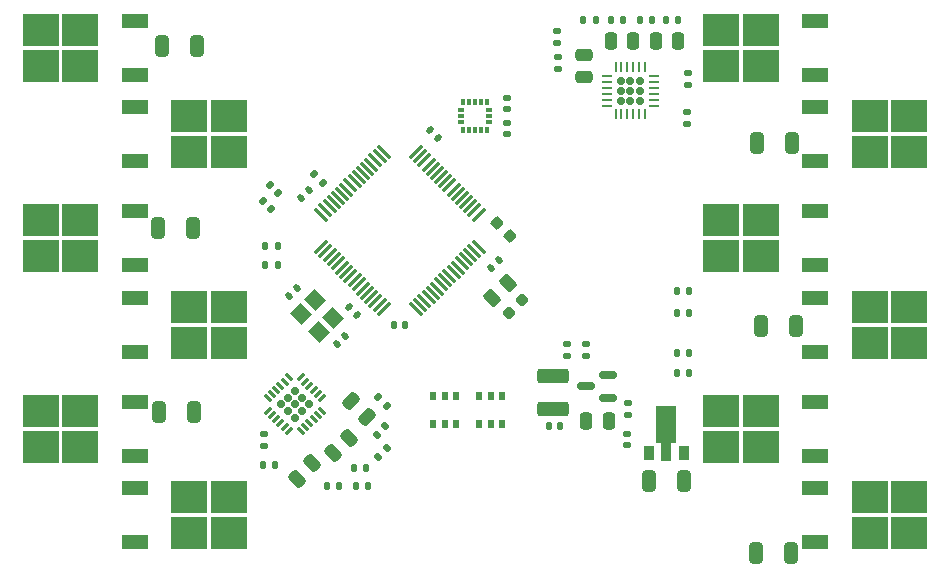
<source format=gtp>
%TF.GenerationSoftware,KiCad,Pcbnew,(6.0.5)*%
%TF.CreationDate,2023-02-02T09:11:55+00:00*%
%TF.ProjectId,Melty,4d656c74-792e-46b6-9963-61645f706362,rev?*%
%TF.SameCoordinates,Original*%
%TF.FileFunction,Paste,Top*%
%TF.FilePolarity,Positive*%
%FSLAX46Y46*%
G04 Gerber Fmt 4.6, Leading zero omitted, Abs format (unit mm)*
G04 Created by KiCad (PCBNEW (6.0.5)) date 2023-02-02 09:11:55*
%MOMM*%
%LPD*%
G01*
G04 APERTURE LIST*
G04 Aperture macros list*
%AMRoundRect*
0 Rectangle with rounded corners*
0 $1 Rounding radius*
0 $2 $3 $4 $5 $6 $7 $8 $9 X,Y pos of 4 corners*
0 Add a 4 corners polygon primitive as box body*
4,1,4,$2,$3,$4,$5,$6,$7,$8,$9,$2,$3,0*
0 Add four circle primitives for the rounded corners*
1,1,$1+$1,$2,$3*
1,1,$1+$1,$4,$5*
1,1,$1+$1,$6,$7*
1,1,$1+$1,$8,$9*
0 Add four rect primitives between the rounded corners*
20,1,$1+$1,$2,$3,$4,$5,0*
20,1,$1+$1,$4,$5,$6,$7,0*
20,1,$1+$1,$6,$7,$8,$9,0*
20,1,$1+$1,$8,$9,$2,$3,0*%
%AMRotRect*
0 Rectangle, with rotation*
0 The origin of the aperture is its center*
0 $1 length*
0 $2 width*
0 $3 Rotation angle, in degrees counterclockwise*
0 Add horizontal line*
21,1,$1,$2,0,0,$3*%
%AMFreePoly0*
4,1,9,3.862500,-0.866500,0.737500,-0.866500,0.737500,-0.450000,-0.737500,-0.450000,-0.737500,0.450000,0.737500,0.450000,0.737500,0.866500,3.862500,0.866500,3.862500,-0.866500,3.862500,-0.866500,$1*%
G04 Aperture macros list end*
%ADD10RoundRect,0.250000X-0.475000X0.250000X-0.475000X-0.250000X0.475000X-0.250000X0.475000X0.250000X0*%
%ADD11RoundRect,0.135000X0.135000X0.185000X-0.135000X0.185000X-0.135000X-0.185000X0.135000X-0.185000X0*%
%ADD12RoundRect,0.218750X0.026517X-0.335876X0.335876X-0.026517X-0.026517X0.335876X-0.335876X0.026517X0*%
%ADD13RoundRect,0.135000X0.035355X-0.226274X0.226274X-0.035355X-0.035355X0.226274X-0.226274X0.035355X0*%
%ADD14RoundRect,0.250000X0.512652X0.159099X0.159099X0.512652X-0.512652X-0.159099X-0.159099X-0.512652X0*%
%ADD15RoundRect,0.135000X-0.135000X-0.185000X0.135000X-0.185000X0.135000X0.185000X-0.135000X0.185000X0*%
%ADD16RoundRect,0.250000X0.250000X0.475000X-0.250000X0.475000X-0.250000X-0.475000X0.250000X-0.475000X0*%
%ADD17R,3.050000X2.750000*%
%ADD18R,2.200000X1.200000*%
%ADD19R,0.510000X0.700000*%
%ADD20RoundRect,0.135000X0.226274X0.035355X0.035355X0.226274X-0.226274X-0.035355X-0.035355X-0.226274X0*%
%ADD21RoundRect,0.140000X-0.170000X0.140000X-0.170000X-0.140000X0.170000X-0.140000X0.170000X0.140000X0*%
%ADD22RoundRect,0.135000X-0.185000X0.135000X-0.185000X-0.135000X0.185000X-0.135000X0.185000X0.135000X0*%
%ADD23RoundRect,0.250000X0.159099X-0.512652X0.512652X-0.159099X-0.159099X0.512652X-0.512652X0.159099X0*%
%ADD24RoundRect,0.140000X-0.140000X-0.170000X0.140000X-0.170000X0.140000X0.170000X-0.140000X0.170000X0*%
%ADD25RoundRect,0.225000X-0.335876X-0.017678X-0.017678X-0.335876X0.335876X0.017678X0.017678X0.335876X0*%
%ADD26RoundRect,0.135000X0.185000X-0.135000X0.185000X0.135000X-0.185000X0.135000X-0.185000X-0.135000X0*%
%ADD27RoundRect,0.140000X0.140000X0.170000X-0.140000X0.170000X-0.140000X-0.170000X0.140000X-0.170000X0*%
%ADD28RoundRect,0.150000X0.587500X0.150000X-0.587500X0.150000X-0.587500X-0.150000X0.587500X-0.150000X0*%
%ADD29RoundRect,0.250000X-0.325000X-0.650000X0.325000X-0.650000X0.325000X0.650000X-0.325000X0.650000X0*%
%ADD30RoundRect,0.140000X-0.021213X0.219203X-0.219203X0.021213X0.021213X-0.219203X0.219203X-0.021213X0*%
%ADD31R,0.900000X1.300000*%
%ADD32FreePoly0,90.000000*%
%ADD33RoundRect,0.250000X0.325000X0.650000X-0.325000X0.650000X-0.325000X-0.650000X0.325000X-0.650000X0*%
%ADD34RoundRect,0.140000X0.170000X-0.140000X0.170000X0.140000X-0.170000X0.140000X-0.170000X-0.140000X0*%
%ADD35RoundRect,0.250000X-0.250000X-0.475000X0.250000X-0.475000X0.250000X0.475000X-0.250000X0.475000X0*%
%ADD36RoundRect,0.140000X0.021213X-0.219203X0.219203X-0.021213X-0.021213X0.219203X-0.219203X0.021213X0*%
%ADD37RoundRect,0.135000X-0.226274X-0.035355X-0.035355X-0.226274X0.226274X0.035355X0.035355X0.226274X0*%
%ADD38RoundRect,0.165000X-0.233345X0.000000X0.000000X-0.233345X0.233345X0.000000X0.000000X0.233345X0*%
%ADD39RoundRect,0.062500X-0.274004X0.185616X0.185616X-0.274004X0.274004X-0.185616X-0.185616X0.274004X0*%
%ADD40RoundRect,0.062500X-0.274004X-0.185616X-0.185616X-0.274004X0.274004X0.185616X0.185616X0.274004X0*%
%ADD41RoundRect,0.165000X0.165000X-0.165000X0.165000X0.165000X-0.165000X0.165000X-0.165000X-0.165000X0*%
%ADD42RoundRect,0.062500X0.062500X-0.325000X0.062500X0.325000X-0.062500X0.325000X-0.062500X-0.325000X0*%
%ADD43RoundRect,0.062500X0.325000X-0.062500X0.325000X0.062500X-0.325000X0.062500X-0.325000X-0.062500X0*%
%ADD44RoundRect,0.250000X-1.075000X0.375000X-1.075000X-0.375000X1.075000X-0.375000X1.075000X0.375000X0*%
%ADD45RoundRect,0.140000X-0.219203X-0.021213X-0.021213X-0.219203X0.219203X0.021213X0.021213X0.219203X0*%
%ADD46RoundRect,0.140000X0.219203X0.021213X0.021213X0.219203X-0.219203X-0.021213X-0.021213X-0.219203X0*%
%ADD47RoundRect,0.250000X0.132583X-0.503814X0.503814X-0.132583X-0.132583X0.503814X-0.503814X0.132583X0*%
%ADD48RoundRect,0.075000X-0.441942X-0.548008X0.548008X0.441942X0.441942X0.548008X-0.548008X-0.441942X0*%
%ADD49RoundRect,0.075000X0.441942X-0.548008X0.548008X-0.441942X-0.441942X0.548008X-0.548008X0.441942X0*%
%ADD50RotRect,1.400000X1.200000X315.000000*%
%ADD51R,0.300000X0.600000*%
%ADD52R,0.600000X0.300000*%
G04 APERTURE END LIST*
D10*
%TO.C,C16*%
X115214403Y-51805800D03*
X115214403Y-53705800D03*
%TD*%
D11*
%TO.C,R23*%
X118569200Y-48844200D03*
X117549200Y-48844200D03*
%TD*%
D12*
%TO.C,D2*%
X108895282Y-73640085D03*
X110008976Y-72526391D03*
%TD*%
D13*
%TO.C,R25*%
X97683376Y-83977424D03*
X98404624Y-83256176D03*
%TD*%
D11*
%TO.C,R19*%
X89283000Y-69621400D03*
X88263000Y-69621400D03*
%TD*%
D14*
%TO.C,C20*%
X96886951Y-82485151D03*
X95543449Y-81141649D03*
%TD*%
D15*
%TO.C,R17*%
X123137200Y-71780400D03*
X124157200Y-71780400D03*
%TD*%
D16*
%TO.C,C22*%
X119382979Y-50596800D03*
X117482979Y-50596800D03*
%TD*%
D17*
%TO.C,Q1*%
X130175000Y-52725000D03*
X126825000Y-52725000D03*
X130175000Y-49675000D03*
X126825000Y-49675000D03*
D18*
X134800000Y-53480000D03*
X134800000Y-48920000D03*
%TD*%
D19*
%TO.C,U2*%
X106365000Y-83024200D03*
X107315000Y-83024200D03*
X108265000Y-83024200D03*
X108265000Y-80704200D03*
X107315000Y-80704200D03*
X106365000Y-80704200D03*
%TD*%
D20*
%TO.C,R13*%
X89362224Y-63530424D03*
X88640976Y-62809176D03*
%TD*%
D21*
%TO.C,C3*%
X118922800Y-81308000D03*
X118922800Y-82268000D03*
%TD*%
D22*
%TO.C,R6*%
X124053600Y-53363400D03*
X124053600Y-54383400D03*
%TD*%
D23*
%TO.C,C21*%
X90895249Y-87742951D03*
X92238751Y-86399449D03*
%TD*%
D11*
%TO.C,R30*%
X120982200Y-48844200D03*
X119962200Y-48844200D03*
%TD*%
D24*
%TO.C,C5*%
X112270600Y-83261200D03*
X113230600Y-83261200D03*
%TD*%
D25*
%TO.C,C9*%
X107833792Y-66076192D03*
X108929808Y-67172208D03*
%TD*%
D26*
%TO.C,R4*%
X115417600Y-77319600D03*
X115417600Y-76299600D03*
%TD*%
D16*
%TO.C,C19*%
X123200204Y-50596800D03*
X121300204Y-50596800D03*
%TD*%
D22*
%TO.C,R15*%
X88138000Y-83919600D03*
X88138000Y-84939600D03*
%TD*%
D19*
%TO.C,U8*%
X102478800Y-83024200D03*
X103428800Y-83024200D03*
X104378800Y-83024200D03*
X104378800Y-80704200D03*
X103428800Y-80704200D03*
X102478800Y-80704200D03*
%TD*%
D11*
%TO.C,R18*%
X89283000Y-68021200D03*
X88263000Y-68021200D03*
%TD*%
D27*
%TO.C,C11*%
X100098800Y-74701400D03*
X99138800Y-74701400D03*
%TD*%
D21*
%TO.C,C7*%
X118897400Y-83921600D03*
X118897400Y-84881600D03*
%TD*%
D28*
%TO.C,U1*%
X117294900Y-80833000D03*
X117294900Y-78933000D03*
X115419900Y-79883000D03*
%TD*%
D29*
%TO.C,C26*%
X130222200Y-74726800D03*
X133172200Y-74726800D03*
%TD*%
D26*
%TO.C,R28*%
X112979200Y-50827400D03*
X112979200Y-49807400D03*
%TD*%
D30*
%TO.C,C13*%
X108060811Y-69154989D03*
X107381989Y-69833811D03*
%TD*%
D31*
%TO.C,U10*%
X120699400Y-85543600D03*
D32*
X122199400Y-85456100D03*
D31*
X123699400Y-85543600D03*
%TD*%
D17*
%TO.C,Q5*%
X126825000Y-81975000D03*
X126825000Y-85025000D03*
X130175000Y-85025000D03*
X130175000Y-81975000D03*
D18*
X134800000Y-85780000D03*
X134800000Y-81220000D03*
%TD*%
D15*
%TO.C,R16*%
X123137200Y-73685400D03*
X124157200Y-73685400D03*
%TD*%
D11*
%TO.C,R24*%
X123192000Y-48844199D03*
X122172000Y-48844199D03*
%TD*%
D33*
%TO.C,C18*%
X82145400Y-66497200D03*
X79195400Y-66497200D03*
%TD*%
D20*
%TO.C,R12*%
X88752624Y-64876624D03*
X88031376Y-64155376D03*
%TD*%
D17*
%TO.C,Q9*%
X81825000Y-89275000D03*
X85175000Y-89275000D03*
X85175000Y-92325000D03*
X81825000Y-92325000D03*
D18*
X77200000Y-88520000D03*
X77200000Y-93080000D03*
%TD*%
D13*
%TO.C,R32*%
X97810376Y-85831624D03*
X98531624Y-85110376D03*
%TD*%
D34*
%TO.C,C14*%
X108686600Y-56436200D03*
X108686600Y-55476200D03*
%TD*%
D22*
%TO.C,R7*%
X123977400Y-56665400D03*
X123977400Y-57685400D03*
%TD*%
D23*
%TO.C,C23*%
X94019449Y-85558551D03*
X95362951Y-84215049D03*
%TD*%
D35*
%TO.C,C1*%
X115407400Y-82829400D03*
X117307400Y-82829400D03*
%TD*%
D36*
%TO.C,C10*%
X91303789Y-63941011D03*
X91982611Y-63262189D03*
%TD*%
D17*
%TO.C,Q8*%
X69225000Y-52725000D03*
X69225000Y-49675000D03*
X72575000Y-49675000D03*
X72575000Y-52725000D03*
D18*
X77200000Y-53480000D03*
X77200000Y-48920000D03*
%TD*%
D17*
%TO.C,Q11*%
X130175000Y-65825000D03*
X130175000Y-68875000D03*
X126825000Y-68875000D03*
X126825000Y-65825000D03*
D18*
X134800000Y-69630000D03*
X134800000Y-65070000D03*
%TD*%
D33*
%TO.C,C6*%
X123674400Y-87925000D03*
X120724400Y-87925000D03*
%TD*%
D17*
%TO.C,Q14*%
X69225000Y-65825000D03*
X72575000Y-68875000D03*
X69225000Y-68875000D03*
X72575000Y-65825000D03*
D18*
X77200000Y-69630000D03*
X77200000Y-65070000D03*
%TD*%
D37*
%TO.C,R31*%
X97810376Y-80817776D03*
X98531624Y-81539024D03*
%TD*%
D33*
%TO.C,C17*%
X82424800Y-51028600D03*
X79474800Y-51028600D03*
%TD*%
D29*
%TO.C,C25*%
X129893800Y-59258200D03*
X132843800Y-59258200D03*
%TD*%
D17*
%TO.C,Q12*%
X142775000Y-76175000D03*
X142775000Y-73125000D03*
X139425000Y-76175000D03*
X139425000Y-73125000D03*
D18*
X134800000Y-72370000D03*
X134800000Y-76930000D03*
%TD*%
D17*
%TO.C,Q7*%
X81825000Y-56975000D03*
X85175000Y-60025000D03*
X81825000Y-60025000D03*
X85175000Y-56975000D03*
D18*
X77200000Y-56220000D03*
X77200000Y-60780000D03*
%TD*%
D38*
%TO.C,U7*%
X90174372Y-81986828D03*
X89594545Y-81407000D03*
X90754200Y-80247345D03*
X90174372Y-80827172D03*
X90754200Y-81407000D03*
X90754200Y-82566655D03*
X91334028Y-81986828D03*
X91913855Y-81407000D03*
X91334028Y-80827172D03*
D39*
X90232709Y-79117742D03*
X89879155Y-79471295D03*
X89525602Y-79824849D03*
X89172049Y-80178402D03*
X88818495Y-80531955D03*
X88464942Y-80885509D03*
D40*
X88464942Y-81928491D03*
X88818495Y-82282045D03*
X89172049Y-82635598D03*
X89525602Y-82989151D03*
X89879155Y-83342705D03*
X90232709Y-83696258D03*
D39*
X91275691Y-83696258D03*
X91629245Y-83342705D03*
X91982798Y-82989151D03*
X92336351Y-82635598D03*
X92689905Y-82282045D03*
X93043458Y-81928491D03*
D40*
X93043458Y-80885509D03*
X92689905Y-80531955D03*
X92336351Y-80178402D03*
X91982798Y-79824849D03*
X91629245Y-79471295D03*
X91275691Y-79117742D03*
%TD*%
D22*
%TO.C,R5*%
X113792000Y-76299600D03*
X113792000Y-77319600D03*
%TD*%
D41*
%TO.C,U4*%
X119971400Y-54044000D03*
X119151400Y-54864000D03*
X119971400Y-55684000D03*
X118331400Y-55684000D03*
X119151400Y-55684000D03*
X118331400Y-54044000D03*
X119971400Y-54864000D03*
X119151400Y-54044000D03*
X118331400Y-54864000D03*
D42*
X117901400Y-56851500D03*
X118401400Y-56851500D03*
X118901400Y-56851500D03*
X119401400Y-56851500D03*
X119901400Y-56851500D03*
X120401400Y-56851500D03*
D43*
X121138900Y-56114000D03*
X121138900Y-55614000D03*
X121138900Y-55114000D03*
X121138900Y-54614000D03*
X121138900Y-54114000D03*
X121138900Y-53614000D03*
D42*
X120401400Y-52876500D03*
X119901400Y-52876500D03*
X119401400Y-52876500D03*
X118901400Y-52876500D03*
X118401400Y-52876500D03*
X117901400Y-52876500D03*
D43*
X117163900Y-53614000D03*
X117163900Y-54114000D03*
X117163900Y-54614000D03*
X117163900Y-55114000D03*
X117163900Y-55614000D03*
X117163900Y-56114000D03*
%TD*%
D17*
%TO.C,Q6*%
X142775000Y-92325000D03*
X142775000Y-89275000D03*
X139425000Y-89275000D03*
X139425000Y-92325000D03*
D18*
X134800000Y-88520000D03*
X134800000Y-93080000D03*
%TD*%
D15*
%TO.C,R11*%
X123137200Y-78765400D03*
X124157200Y-78765400D03*
%TD*%
D11*
%TO.C,R14*%
X89105200Y-86563200D03*
X88085200Y-86563200D03*
%TD*%
D44*
%TO.C,L1*%
X112572800Y-78965600D03*
X112572800Y-81765600D03*
%TD*%
D20*
%TO.C,R1*%
X93121424Y-62641424D03*
X92400176Y-61920176D03*
%TD*%
D15*
%TO.C,R26*%
X95783400Y-86766400D03*
X96803400Y-86766400D03*
%TD*%
D45*
%TO.C,C12*%
X102174989Y-58207589D03*
X102853811Y-58886411D03*
%TD*%
D11*
%TO.C,R29*%
X116207000Y-48844200D03*
X115187000Y-48844200D03*
%TD*%
D46*
%TO.C,C8*%
X96021211Y-73796211D03*
X95342389Y-73117389D03*
%TD*%
D47*
%TO.C,R3*%
X107477815Y-72435318D03*
X108768285Y-71144848D03*
%TD*%
D17*
%TO.C,Q10*%
X69225000Y-81975000D03*
X72575000Y-81975000D03*
X69225000Y-85025000D03*
X72575000Y-85025000D03*
D18*
X77200000Y-85780000D03*
X77200000Y-81220000D03*
%TD*%
D26*
%TO.C,R22*%
X113004600Y-53037200D03*
X113004600Y-52017200D03*
%TD*%
D48*
%TO.C,U3*%
X92979719Y-68061581D03*
X93333272Y-68415134D03*
X93686825Y-68768687D03*
X94040379Y-69122241D03*
X94393932Y-69475794D03*
X94747486Y-69829348D03*
X95101039Y-70182901D03*
X95454592Y-70536454D03*
X95808146Y-70890008D03*
X96161699Y-71243561D03*
X96515252Y-71597114D03*
X96868806Y-71950668D03*
X97222359Y-72304221D03*
X97575913Y-72657775D03*
X97929466Y-73011328D03*
X98283019Y-73364881D03*
D49*
X101005381Y-73364881D03*
X101358934Y-73011328D03*
X101712487Y-72657775D03*
X102066041Y-72304221D03*
X102419594Y-71950668D03*
X102773148Y-71597114D03*
X103126701Y-71243561D03*
X103480254Y-70890008D03*
X103833808Y-70536454D03*
X104187361Y-70182901D03*
X104540914Y-69829348D03*
X104894468Y-69475794D03*
X105248021Y-69122241D03*
X105601575Y-68768687D03*
X105955128Y-68415134D03*
X106308681Y-68061581D03*
D48*
X106308681Y-65339219D03*
X105955128Y-64985666D03*
X105601575Y-64632113D03*
X105248021Y-64278559D03*
X104894468Y-63925006D03*
X104540914Y-63571452D03*
X104187361Y-63217899D03*
X103833808Y-62864346D03*
X103480254Y-62510792D03*
X103126701Y-62157239D03*
X102773148Y-61803686D03*
X102419594Y-61450132D03*
X102066041Y-61096579D03*
X101712487Y-60743025D03*
X101358934Y-60389472D03*
X101005381Y-60035919D03*
D49*
X98283019Y-60035919D03*
X97929466Y-60389472D03*
X97575913Y-60743025D03*
X97222359Y-61096579D03*
X96868806Y-61450132D03*
X96515252Y-61803686D03*
X96161699Y-62157239D03*
X95808146Y-62510792D03*
X95454592Y-62864346D03*
X95101039Y-63217899D03*
X94747486Y-63571452D03*
X94393932Y-63925006D03*
X94040379Y-64278559D03*
X93686825Y-64632113D03*
X93333272Y-64985666D03*
X92979719Y-65339219D03*
%TD*%
D15*
%TO.C,R10*%
X123137200Y-77038200D03*
X124157200Y-77038200D03*
%TD*%
D50*
%TO.C,Y1*%
X91254942Y-73737223D03*
X92810577Y-75292858D03*
X94012658Y-74090777D03*
X92457023Y-72535142D03*
%TD*%
D36*
%TO.C,C2*%
X90272065Y-72231087D03*
X90950887Y-71552265D03*
%TD*%
D17*
%TO.C,Q13*%
X81825000Y-73125000D03*
X85175000Y-73125000D03*
X81825000Y-76175000D03*
X85175000Y-76175000D03*
D18*
X77200000Y-72370000D03*
X77200000Y-76930000D03*
%TD*%
D51*
%TO.C,AC1*%
X107000000Y-55797600D03*
X106500000Y-55797600D03*
X106000000Y-55797600D03*
X105500000Y-55797600D03*
X105000000Y-55797600D03*
D52*
X104800000Y-56497600D03*
X104800000Y-56997600D03*
X104800000Y-57497600D03*
D51*
X105000000Y-58197600D03*
X105500000Y-58197600D03*
X106000000Y-58197600D03*
X106500000Y-58197600D03*
X107000000Y-58197600D03*
D52*
X107200000Y-57497600D03*
X107200000Y-56997600D03*
X107200000Y-56497600D03*
%TD*%
D21*
%TO.C,C15*%
X108686600Y-57559000D03*
X108686600Y-58519000D03*
%TD*%
D33*
%TO.C,C24*%
X82170800Y-82042000D03*
X79220800Y-82042000D03*
%TD*%
D15*
%TO.C,R33*%
X95908400Y-88290400D03*
X96928400Y-88290400D03*
%TD*%
D17*
%TO.C,Q2*%
X142775000Y-56975000D03*
X142775000Y-60025000D03*
X139425000Y-60025000D03*
X139425000Y-56975000D03*
D18*
X134800000Y-56220000D03*
X134800000Y-60780000D03*
%TD*%
D29*
%TO.C,C27*%
X129815800Y-93954600D03*
X132765800Y-93954600D03*
%TD*%
D36*
%TO.C,C4*%
X94316715Y-76275737D03*
X94995537Y-75596915D03*
%TD*%
D15*
%TO.C,R27*%
X93495400Y-88290400D03*
X94515400Y-88290400D03*
%TD*%
M02*

</source>
